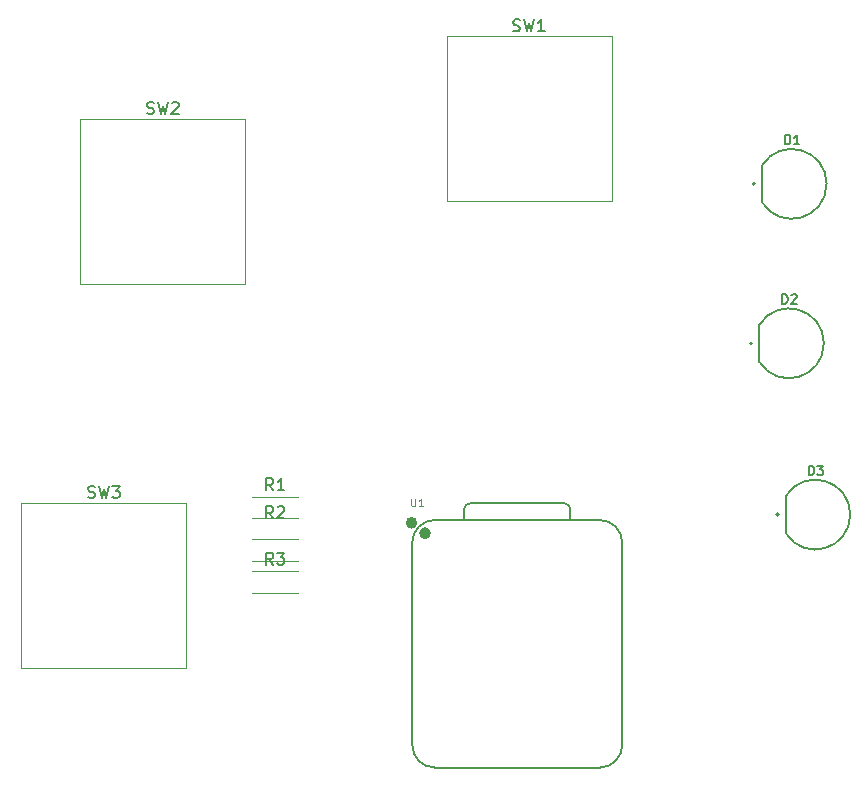
<source format=gbr>
%TF.GenerationSoftware,KiCad,Pcbnew,9.0.3*%
%TF.CreationDate,2025-07-19T14:34:47-07:00*%
%TF.ProjectId,Aurora,4175726f-7261-42e6-9b69-6361645f7063,rev?*%
%TF.SameCoordinates,Original*%
%TF.FileFunction,Legend,Top*%
%TF.FilePolarity,Positive*%
%FSLAX46Y46*%
G04 Gerber Fmt 4.6, Leading zero omitted, Abs format (unit mm)*
G04 Created by KiCad (PCBNEW 9.0.3) date 2025-07-19 14:34:47*
%MOMM*%
%LPD*%
G01*
G04 APERTURE LIST*
%ADD10C,0.101600*%
%ADD11C,0.150000*%
%ADD12C,0.504000*%
%ADD13C,0.127000*%
%ADD14C,0.100000*%
%ADD15C,0.120000*%
%ADD16C,0.200000*%
G04 APERTURE END LIST*
D10*
X144516190Y-57653479D02*
X144516190Y-58167526D01*
X144516190Y-58167526D02*
X144546428Y-58228002D01*
X144546428Y-58228002D02*
X144576666Y-58258241D01*
X144576666Y-58258241D02*
X144637142Y-58288479D01*
X144637142Y-58288479D02*
X144758095Y-58288479D01*
X144758095Y-58288479D02*
X144818571Y-58258241D01*
X144818571Y-58258241D02*
X144848809Y-58228002D01*
X144848809Y-58228002D02*
X144879047Y-58167526D01*
X144879047Y-58167526D02*
X144879047Y-57653479D01*
X145514047Y-58288479D02*
X145151190Y-58288479D01*
X145332618Y-58288479D02*
X145332618Y-57653479D01*
X145332618Y-57653479D02*
X145272142Y-57744193D01*
X145272142Y-57744193D02*
X145211666Y-57804669D01*
X145211666Y-57804669D02*
X145151190Y-57834907D01*
D11*
X117166667Y-57533200D02*
X117309524Y-57580819D01*
X117309524Y-57580819D02*
X117547619Y-57580819D01*
X117547619Y-57580819D02*
X117642857Y-57533200D01*
X117642857Y-57533200D02*
X117690476Y-57485580D01*
X117690476Y-57485580D02*
X117738095Y-57390342D01*
X117738095Y-57390342D02*
X117738095Y-57295104D01*
X117738095Y-57295104D02*
X117690476Y-57199866D01*
X117690476Y-57199866D02*
X117642857Y-57152247D01*
X117642857Y-57152247D02*
X117547619Y-57104628D01*
X117547619Y-57104628D02*
X117357143Y-57057009D01*
X117357143Y-57057009D02*
X117261905Y-57009390D01*
X117261905Y-57009390D02*
X117214286Y-56961771D01*
X117214286Y-56961771D02*
X117166667Y-56866533D01*
X117166667Y-56866533D02*
X117166667Y-56771295D01*
X117166667Y-56771295D02*
X117214286Y-56676057D01*
X117214286Y-56676057D02*
X117261905Y-56628438D01*
X117261905Y-56628438D02*
X117357143Y-56580819D01*
X117357143Y-56580819D02*
X117595238Y-56580819D01*
X117595238Y-56580819D02*
X117738095Y-56628438D01*
X118071429Y-56580819D02*
X118309524Y-57580819D01*
X118309524Y-57580819D02*
X118500000Y-56866533D01*
X118500000Y-56866533D02*
X118690476Y-57580819D01*
X118690476Y-57580819D02*
X118928572Y-56580819D01*
X119214286Y-56580819D02*
X119833333Y-56580819D01*
X119833333Y-56580819D02*
X119500000Y-56961771D01*
X119500000Y-56961771D02*
X119642857Y-56961771D01*
X119642857Y-56961771D02*
X119738095Y-57009390D01*
X119738095Y-57009390D02*
X119785714Y-57057009D01*
X119785714Y-57057009D02*
X119833333Y-57152247D01*
X119833333Y-57152247D02*
X119833333Y-57390342D01*
X119833333Y-57390342D02*
X119785714Y-57485580D01*
X119785714Y-57485580D02*
X119738095Y-57533200D01*
X119738095Y-57533200D02*
X119642857Y-57580819D01*
X119642857Y-57580819D02*
X119357143Y-57580819D01*
X119357143Y-57580819D02*
X119261905Y-57533200D01*
X119261905Y-57533200D02*
X119214286Y-57485580D01*
X122166667Y-25033200D02*
X122309524Y-25080819D01*
X122309524Y-25080819D02*
X122547619Y-25080819D01*
X122547619Y-25080819D02*
X122642857Y-25033200D01*
X122642857Y-25033200D02*
X122690476Y-24985580D01*
X122690476Y-24985580D02*
X122738095Y-24890342D01*
X122738095Y-24890342D02*
X122738095Y-24795104D01*
X122738095Y-24795104D02*
X122690476Y-24699866D01*
X122690476Y-24699866D02*
X122642857Y-24652247D01*
X122642857Y-24652247D02*
X122547619Y-24604628D01*
X122547619Y-24604628D02*
X122357143Y-24557009D01*
X122357143Y-24557009D02*
X122261905Y-24509390D01*
X122261905Y-24509390D02*
X122214286Y-24461771D01*
X122214286Y-24461771D02*
X122166667Y-24366533D01*
X122166667Y-24366533D02*
X122166667Y-24271295D01*
X122166667Y-24271295D02*
X122214286Y-24176057D01*
X122214286Y-24176057D02*
X122261905Y-24128438D01*
X122261905Y-24128438D02*
X122357143Y-24080819D01*
X122357143Y-24080819D02*
X122595238Y-24080819D01*
X122595238Y-24080819D02*
X122738095Y-24128438D01*
X123071429Y-24080819D02*
X123309524Y-25080819D01*
X123309524Y-25080819D02*
X123500000Y-24366533D01*
X123500000Y-24366533D02*
X123690476Y-25080819D01*
X123690476Y-25080819D02*
X123928572Y-24080819D01*
X124261905Y-24176057D02*
X124309524Y-24128438D01*
X124309524Y-24128438D02*
X124404762Y-24080819D01*
X124404762Y-24080819D02*
X124642857Y-24080819D01*
X124642857Y-24080819D02*
X124738095Y-24128438D01*
X124738095Y-24128438D02*
X124785714Y-24176057D01*
X124785714Y-24176057D02*
X124833333Y-24271295D01*
X124833333Y-24271295D02*
X124833333Y-24366533D01*
X124833333Y-24366533D02*
X124785714Y-24509390D01*
X124785714Y-24509390D02*
X124214286Y-25080819D01*
X124214286Y-25080819D02*
X124833333Y-25080819D01*
X153166667Y-18033200D02*
X153309524Y-18080819D01*
X153309524Y-18080819D02*
X153547619Y-18080819D01*
X153547619Y-18080819D02*
X153642857Y-18033200D01*
X153642857Y-18033200D02*
X153690476Y-17985580D01*
X153690476Y-17985580D02*
X153738095Y-17890342D01*
X153738095Y-17890342D02*
X153738095Y-17795104D01*
X153738095Y-17795104D02*
X153690476Y-17699866D01*
X153690476Y-17699866D02*
X153642857Y-17652247D01*
X153642857Y-17652247D02*
X153547619Y-17604628D01*
X153547619Y-17604628D02*
X153357143Y-17557009D01*
X153357143Y-17557009D02*
X153261905Y-17509390D01*
X153261905Y-17509390D02*
X153214286Y-17461771D01*
X153214286Y-17461771D02*
X153166667Y-17366533D01*
X153166667Y-17366533D02*
X153166667Y-17271295D01*
X153166667Y-17271295D02*
X153214286Y-17176057D01*
X153214286Y-17176057D02*
X153261905Y-17128438D01*
X153261905Y-17128438D02*
X153357143Y-17080819D01*
X153357143Y-17080819D02*
X153595238Y-17080819D01*
X153595238Y-17080819D02*
X153738095Y-17128438D01*
X154071429Y-17080819D02*
X154309524Y-18080819D01*
X154309524Y-18080819D02*
X154500000Y-17366533D01*
X154500000Y-17366533D02*
X154690476Y-18080819D01*
X154690476Y-18080819D02*
X154928572Y-17080819D01*
X155833333Y-18080819D02*
X155261905Y-18080819D01*
X155547619Y-18080819D02*
X155547619Y-17080819D01*
X155547619Y-17080819D02*
X155452381Y-17223676D01*
X155452381Y-17223676D02*
X155357143Y-17318914D01*
X155357143Y-17318914D02*
X155261905Y-17366533D01*
X132838333Y-63237054D02*
X132505000Y-62760863D01*
X132266905Y-63237054D02*
X132266905Y-62237054D01*
X132266905Y-62237054D02*
X132647857Y-62237054D01*
X132647857Y-62237054D02*
X132743095Y-62284673D01*
X132743095Y-62284673D02*
X132790714Y-62332292D01*
X132790714Y-62332292D02*
X132838333Y-62427530D01*
X132838333Y-62427530D02*
X132838333Y-62570387D01*
X132838333Y-62570387D02*
X132790714Y-62665625D01*
X132790714Y-62665625D02*
X132743095Y-62713244D01*
X132743095Y-62713244D02*
X132647857Y-62760863D01*
X132647857Y-62760863D02*
X132266905Y-62760863D01*
X133171667Y-62237054D02*
X133790714Y-62237054D01*
X133790714Y-62237054D02*
X133457381Y-62618006D01*
X133457381Y-62618006D02*
X133600238Y-62618006D01*
X133600238Y-62618006D02*
X133695476Y-62665625D01*
X133695476Y-62665625D02*
X133743095Y-62713244D01*
X133743095Y-62713244D02*
X133790714Y-62808482D01*
X133790714Y-62808482D02*
X133790714Y-63046577D01*
X133790714Y-63046577D02*
X133743095Y-63141815D01*
X133743095Y-63141815D02*
X133695476Y-63189435D01*
X133695476Y-63189435D02*
X133600238Y-63237054D01*
X133600238Y-63237054D02*
X133314524Y-63237054D01*
X133314524Y-63237054D02*
X133219286Y-63189435D01*
X133219286Y-63189435D02*
X133171667Y-63141815D01*
X132833333Y-59304819D02*
X132500000Y-58828628D01*
X132261905Y-59304819D02*
X132261905Y-58304819D01*
X132261905Y-58304819D02*
X132642857Y-58304819D01*
X132642857Y-58304819D02*
X132738095Y-58352438D01*
X132738095Y-58352438D02*
X132785714Y-58400057D01*
X132785714Y-58400057D02*
X132833333Y-58495295D01*
X132833333Y-58495295D02*
X132833333Y-58638152D01*
X132833333Y-58638152D02*
X132785714Y-58733390D01*
X132785714Y-58733390D02*
X132738095Y-58781009D01*
X132738095Y-58781009D02*
X132642857Y-58828628D01*
X132642857Y-58828628D02*
X132261905Y-58828628D01*
X133214286Y-58400057D02*
X133261905Y-58352438D01*
X133261905Y-58352438D02*
X133357143Y-58304819D01*
X133357143Y-58304819D02*
X133595238Y-58304819D01*
X133595238Y-58304819D02*
X133690476Y-58352438D01*
X133690476Y-58352438D02*
X133738095Y-58400057D01*
X133738095Y-58400057D02*
X133785714Y-58495295D01*
X133785714Y-58495295D02*
X133785714Y-58590533D01*
X133785714Y-58590533D02*
X133738095Y-58733390D01*
X133738095Y-58733390D02*
X133166667Y-59304819D01*
X133166667Y-59304819D02*
X133785714Y-59304819D01*
X132838333Y-56937054D02*
X132505000Y-56460863D01*
X132266905Y-56937054D02*
X132266905Y-55937054D01*
X132266905Y-55937054D02*
X132647857Y-55937054D01*
X132647857Y-55937054D02*
X132743095Y-55984673D01*
X132743095Y-55984673D02*
X132790714Y-56032292D01*
X132790714Y-56032292D02*
X132838333Y-56127530D01*
X132838333Y-56127530D02*
X132838333Y-56270387D01*
X132838333Y-56270387D02*
X132790714Y-56365625D01*
X132790714Y-56365625D02*
X132743095Y-56413244D01*
X132743095Y-56413244D02*
X132647857Y-56460863D01*
X132647857Y-56460863D02*
X132266905Y-56460863D01*
X133790714Y-56937054D02*
X133219286Y-56937054D01*
X133505000Y-56937054D02*
X133505000Y-55937054D01*
X133505000Y-55937054D02*
X133409762Y-56079911D01*
X133409762Y-56079911D02*
X133314524Y-56175149D01*
X133314524Y-56175149D02*
X133219286Y-56222768D01*
X178179524Y-55654295D02*
X178179524Y-54854295D01*
X178179524Y-54854295D02*
X178370000Y-54854295D01*
X178370000Y-54854295D02*
X178484286Y-54892390D01*
X178484286Y-54892390D02*
X178560476Y-54968580D01*
X178560476Y-54968580D02*
X178598571Y-55044771D01*
X178598571Y-55044771D02*
X178636667Y-55197152D01*
X178636667Y-55197152D02*
X178636667Y-55311438D01*
X178636667Y-55311438D02*
X178598571Y-55463819D01*
X178598571Y-55463819D02*
X178560476Y-55540009D01*
X178560476Y-55540009D02*
X178484286Y-55616200D01*
X178484286Y-55616200D02*
X178370000Y-55654295D01*
X178370000Y-55654295D02*
X178179524Y-55654295D01*
X178903333Y-54854295D02*
X179398571Y-54854295D01*
X179398571Y-54854295D02*
X179131905Y-55159057D01*
X179131905Y-55159057D02*
X179246190Y-55159057D01*
X179246190Y-55159057D02*
X179322381Y-55197152D01*
X179322381Y-55197152D02*
X179360476Y-55235247D01*
X179360476Y-55235247D02*
X179398571Y-55311438D01*
X179398571Y-55311438D02*
X179398571Y-55501914D01*
X179398571Y-55501914D02*
X179360476Y-55578104D01*
X179360476Y-55578104D02*
X179322381Y-55616200D01*
X179322381Y-55616200D02*
X179246190Y-55654295D01*
X179246190Y-55654295D02*
X179017619Y-55654295D01*
X179017619Y-55654295D02*
X178941428Y-55616200D01*
X178941428Y-55616200D02*
X178903333Y-55578104D01*
X175949524Y-41154295D02*
X175949524Y-40354295D01*
X175949524Y-40354295D02*
X176140000Y-40354295D01*
X176140000Y-40354295D02*
X176254286Y-40392390D01*
X176254286Y-40392390D02*
X176330476Y-40468580D01*
X176330476Y-40468580D02*
X176368571Y-40544771D01*
X176368571Y-40544771D02*
X176406667Y-40697152D01*
X176406667Y-40697152D02*
X176406667Y-40811438D01*
X176406667Y-40811438D02*
X176368571Y-40963819D01*
X176368571Y-40963819D02*
X176330476Y-41040009D01*
X176330476Y-41040009D02*
X176254286Y-41116200D01*
X176254286Y-41116200D02*
X176140000Y-41154295D01*
X176140000Y-41154295D02*
X175949524Y-41154295D01*
X176711428Y-40430485D02*
X176749524Y-40392390D01*
X176749524Y-40392390D02*
X176825714Y-40354295D01*
X176825714Y-40354295D02*
X177016190Y-40354295D01*
X177016190Y-40354295D02*
X177092381Y-40392390D01*
X177092381Y-40392390D02*
X177130476Y-40430485D01*
X177130476Y-40430485D02*
X177168571Y-40506676D01*
X177168571Y-40506676D02*
X177168571Y-40582866D01*
X177168571Y-40582866D02*
X177130476Y-40697152D01*
X177130476Y-40697152D02*
X176673333Y-41154295D01*
X176673333Y-41154295D02*
X177168571Y-41154295D01*
X176179524Y-27654295D02*
X176179524Y-26854295D01*
X176179524Y-26854295D02*
X176370000Y-26854295D01*
X176370000Y-26854295D02*
X176484286Y-26892390D01*
X176484286Y-26892390D02*
X176560476Y-26968580D01*
X176560476Y-26968580D02*
X176598571Y-27044771D01*
X176598571Y-27044771D02*
X176636667Y-27197152D01*
X176636667Y-27197152D02*
X176636667Y-27311438D01*
X176636667Y-27311438D02*
X176598571Y-27463819D01*
X176598571Y-27463819D02*
X176560476Y-27540009D01*
X176560476Y-27540009D02*
X176484286Y-27616200D01*
X176484286Y-27616200D02*
X176370000Y-27654295D01*
X176370000Y-27654295D02*
X176179524Y-27654295D01*
X177398571Y-27654295D02*
X176941428Y-27654295D01*
X177170000Y-27654295D02*
X177170000Y-26854295D01*
X177170000Y-26854295D02*
X177093809Y-26968580D01*
X177093809Y-26968580D02*
X177017619Y-27044771D01*
X177017619Y-27044771D02*
X176941428Y-27082866D01*
%TO.C,U1*%
D12*
X145945000Y-60580000D02*
G75*
G02*
X145441000Y-60580000I-252000J0D01*
G01*
X145441000Y-60580000D02*
G75*
G02*
X145945000Y-60580000I252000J0D01*
G01*
X144802000Y-59700000D02*
G75*
G02*
X144298000Y-59700000I-252000J0D01*
G01*
X144298000Y-59700000D02*
G75*
G02*
X144802000Y-59700000I252000J0D01*
G01*
D13*
X162390000Y-78509000D02*
G75*
G02*
X160485000Y-80414000I-1905000J0D01*
G01*
X160485000Y-59459000D02*
G75*
G02*
X162390000Y-61364000I0J-1905000D01*
G01*
X157504000Y-58049000D02*
G75*
G02*
X158004000Y-58549000I0J-500000D01*
G01*
X149008728Y-58548728D02*
G75*
G02*
X149508728Y-58049001I500018J-291D01*
G01*
X146515000Y-80414000D02*
G75*
G02*
X144610000Y-78509000I1J1905001D01*
G01*
X144610000Y-61364000D02*
G75*
G02*
X146515000Y-59459000I1905001J-1D01*
G01*
X162390000Y-78509000D02*
X162390000Y-61364000D01*
X160485000Y-59459000D02*
X146515000Y-59459000D01*
D14*
X160485000Y-59459000D02*
X146515000Y-59459000D01*
D13*
X158004000Y-58549000D02*
X158004000Y-59459000D01*
X149508728Y-58049000D02*
X157504000Y-58049000D01*
X149005000Y-59459000D02*
X149008728Y-58548728D01*
X146515000Y-80414000D02*
X160485000Y-80414000D01*
X144610000Y-78509000D02*
X144610000Y-61364000D01*
D15*
%TO.C,SW3*%
X111515000Y-58015000D02*
X125485000Y-58015000D01*
X111515000Y-71985000D02*
X111515000Y-58015000D01*
X125485000Y-58015000D02*
X125485000Y-71985000D01*
X125485000Y-71985000D02*
X111515000Y-71985000D01*
%TO.C,SW2*%
X116515000Y-25515000D02*
X130485000Y-25515000D01*
X116515000Y-39485000D02*
X116515000Y-25515000D01*
X130485000Y-25515000D02*
X130485000Y-39485000D01*
X130485000Y-39485000D02*
X116515000Y-39485000D01*
%TO.C,SW1*%
X147515000Y-18515000D02*
X161485000Y-18515000D01*
X147515000Y-32485000D02*
X147515000Y-18515000D01*
X161485000Y-18515000D02*
X161485000Y-32485000D01*
X161485000Y-32485000D02*
X147515000Y-32485000D01*
%TO.C,R3*%
X131085000Y-63782235D02*
X134925000Y-63782235D01*
X131085000Y-65622235D02*
X134925000Y-65622235D01*
%TO.C,R2*%
X131080000Y-61080000D02*
X134920000Y-61080000D01*
X131080000Y-62920000D02*
X134920000Y-62920000D01*
%TO.C,R1*%
X131085000Y-57482235D02*
X134925000Y-57482235D01*
X131085000Y-59322235D02*
X134925000Y-59322235D01*
D16*
%TO.C,D3*%
X175630000Y-59000000D02*
G75*
G02*
X175430000Y-59000000I-100000J0D01*
G01*
X175430000Y-59000000D02*
G75*
G02*
X175630000Y-59000000I100000J0D01*
G01*
D13*
X176230000Y-57434000D02*
X176230000Y-60566000D01*
X176230000Y-57434000D02*
G75*
G02*
X176230000Y-60566000I2506124J-1566000D01*
G01*
D16*
%TO.C,D2*%
X173400000Y-44500000D02*
G75*
G02*
X173200000Y-44500000I-100000J0D01*
G01*
X173200000Y-44500000D02*
G75*
G02*
X173400000Y-44500000I100000J0D01*
G01*
D13*
X174000000Y-42934000D02*
X174000000Y-46066000D01*
X174000000Y-42934000D02*
G75*
G02*
X174000000Y-46066000I2506124J-1566000D01*
G01*
D16*
%TO.C,D1*%
X173630000Y-31000000D02*
G75*
G02*
X173430000Y-31000000I-100000J0D01*
G01*
X173430000Y-31000000D02*
G75*
G02*
X173630000Y-31000000I100000J0D01*
G01*
D13*
X174230000Y-29434000D02*
X174230000Y-32566000D01*
X174230000Y-29434000D02*
G75*
G02*
X174230000Y-32566000I2506124J-1566000D01*
G01*
%TD*%
M02*

</source>
